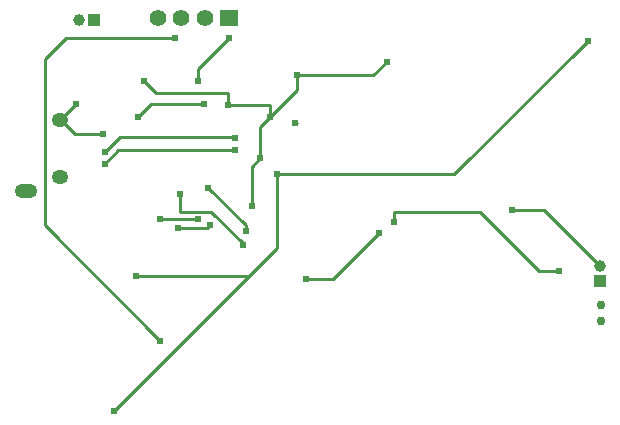
<source format=gbl>
G04 Layer: BottomLayer*
G04 EasyEDA v6.5.22, 2023-04-13 23:23:34*
G04 8da0a1a92f474effb9e69289645bcd93,716f0268f4a04d1f8e2d1e8369cd39e0,10*
G04 Gerber Generator version 0.2*
G04 Scale: 100 percent, Rotated: No, Reflected: No *
G04 Dimensions in inches *
G04 leading zeros omitted , absolute positions ,3 integer and 6 decimal *
%FSLAX36Y36*%
%MOIN*%

%ADD10C,0.0100*%
%ADD11R,0.0394X0.0394*%
%ADD12C,0.0394*%
%ADD13O,0.055118X0.047244*%
%ADD14O,0.074803X0.047244*%
%ADD15C,0.0551*%
%ADD16R,0.0600X0.0551*%
%ADD17C,0.0240*%
%ADD18C,0.0300*%

%LPD*%
D10*
X1985000Y1260000D02*
G01*
X2240000Y1260000D01*
X2285000Y1305000D01*
X1920000Y930000D02*
G01*
X2510000Y930000D01*
X2955000Y1375000D01*
X2260000Y735000D02*
G01*
X2105000Y580000D01*
X2015000Y580000D01*
X2310000Y770000D02*
G01*
X2310000Y805000D01*
X2595000Y805000D01*
X2793000Y606999D01*
X2860000Y606999D01*
X2704430Y810000D02*
G01*
X2810000Y810000D01*
X2995000Y625000D01*
X1450000Y590000D02*
G01*
X1510000Y590000D01*
X1197100Y1115500D02*
G01*
X1197100Y1115500D01*
X1247500Y1065000D01*
X1340000Y1065000D01*
X1250000Y1165000D02*
G01*
X1197079Y1112080D01*
X1197079Y1110470D01*
X1530000Y375000D02*
G01*
X1145000Y760000D01*
X1145000Y1315000D01*
X1215000Y1385000D01*
X1580000Y1385000D01*
X1920000Y930000D02*
G01*
X1920000Y685000D01*
X1375000Y140000D01*
X1760000Y1385000D02*
G01*
X1655000Y1280000D01*
X1655000Y1240000D01*
X1450000Y590000D02*
G01*
X1825000Y590000D01*
X1825277Y590277D01*
X1690000Y885000D02*
G01*
X1815000Y760000D01*
X1815000Y740000D01*
X1863500Y983499D02*
G01*
X1835000Y955000D01*
X1835000Y825000D01*
X1895000Y1120000D02*
G01*
X1863500Y1088499D01*
X1863500Y1040799D01*
X1863500Y983499D01*
X1985000Y1100000D02*
G01*
X1980000Y1100000D01*
X1455000Y1120000D02*
G01*
X1500000Y1165000D01*
X1675000Y1165000D01*
X1475000Y1240000D02*
G01*
X1515000Y1200000D01*
X1755000Y1200000D01*
X1755000Y1160000D01*
X1755000Y1160000D02*
G01*
X1895000Y1160000D01*
X1895000Y1120000D01*
X1530000Y780000D02*
G01*
X1655000Y780000D01*
X1590000Y750000D02*
G01*
X1685000Y750000D01*
X1695000Y760000D01*
X1595000Y865000D02*
G01*
X1595000Y805000D01*
X1700000Y805000D01*
X1805000Y700000D01*
X1805000Y695000D01*
X1345000Y965000D02*
G01*
X1390000Y1010000D01*
X1780000Y1010000D01*
X1345000Y1005000D02*
G01*
X1395000Y1055000D01*
X1780000Y1055000D01*
X1780000Y1050000D01*
X1895000Y1120000D02*
G01*
X1985000Y1210000D01*
X1985000Y1260000D01*
D11*
G01*
X2995000Y575000D03*
D12*
G01*
X2995000Y625000D03*
D13*
G01*
X1197079Y919529D03*
G01*
X1197079Y1110470D03*
D14*
G01*
X1082920Y873270D03*
D11*
G01*
X1310000Y1445000D03*
D12*
G01*
X1260000Y1445000D03*
D15*
G01*
X1521890Y1450000D03*
G01*
X1600630Y1450000D03*
G01*
X1679369Y1450000D03*
D16*
G01*
X1758109Y1450000D03*
D17*
G01*
X2260000Y735000D03*
G01*
X2955000Y1375000D03*
G01*
X1695000Y760000D03*
G01*
X1530000Y780000D03*
G01*
X1590000Y750000D03*
G01*
X1655000Y780000D03*
G01*
X1920000Y930000D03*
G01*
X1375000Y140000D03*
G01*
X1450000Y590000D03*
G01*
X1530000Y375000D03*
G01*
X1580000Y1385000D03*
G01*
X1760000Y1385000D03*
G01*
X1655000Y1240000D03*
G01*
X1980000Y1100000D03*
G01*
X1595000Y865000D03*
G01*
X1690000Y885000D03*
G01*
X1805000Y695000D03*
G01*
X1815000Y740000D03*
G01*
X1780000Y1050000D03*
G01*
X1780000Y1010000D03*
G01*
X1345000Y1005000D03*
G01*
X1345000Y965000D03*
G01*
X1340000Y1065000D03*
G01*
X1863500Y983499D03*
G01*
X1835000Y825000D03*
G01*
X1895000Y1120000D03*
G01*
X1675000Y1165000D03*
G01*
X1455000Y1120000D03*
G01*
X1755000Y1160000D03*
G01*
X1475000Y1240000D03*
G01*
X1985000Y1260000D03*
G01*
X2285000Y1305000D03*
G01*
X2015000Y580000D03*
G01*
X1250000Y1165000D03*
G01*
X2310000Y770000D03*
G01*
X2704430Y810000D03*
G01*
X2860000Y607040D03*
D18*
G01*
X3000000Y440000D03*
G01*
X3000000Y495000D03*
M02*

</source>
